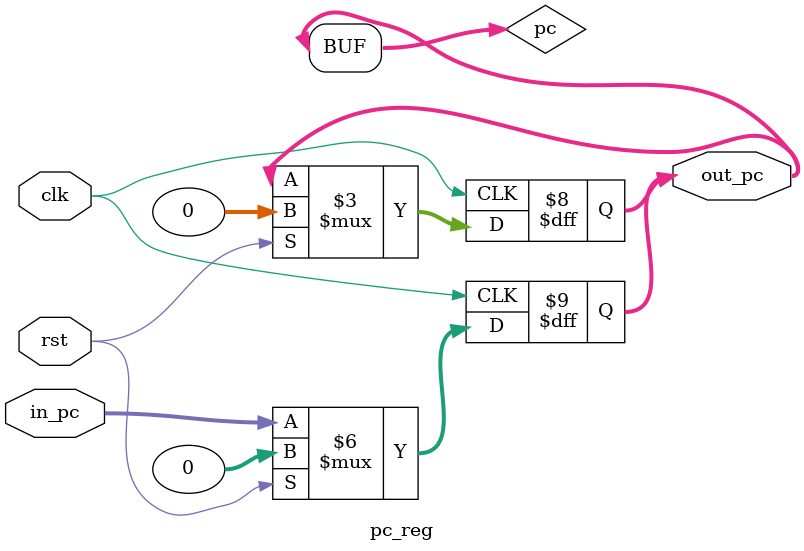
<source format=v>
module pc_reg(input clk,rst,input [31:0] in_pc,output reg [31:0] out_pc);
	reg [31:0] pc;
	assign out_pc = pc;
	always@(posedge clk)begin
		if(rst)begin
			pc = 32'b0;
			out_pc = 32'b0;
		end
		else begin
			out_pc = pc;
			pc = in_pc;
		end
	end
endmodule

</source>
